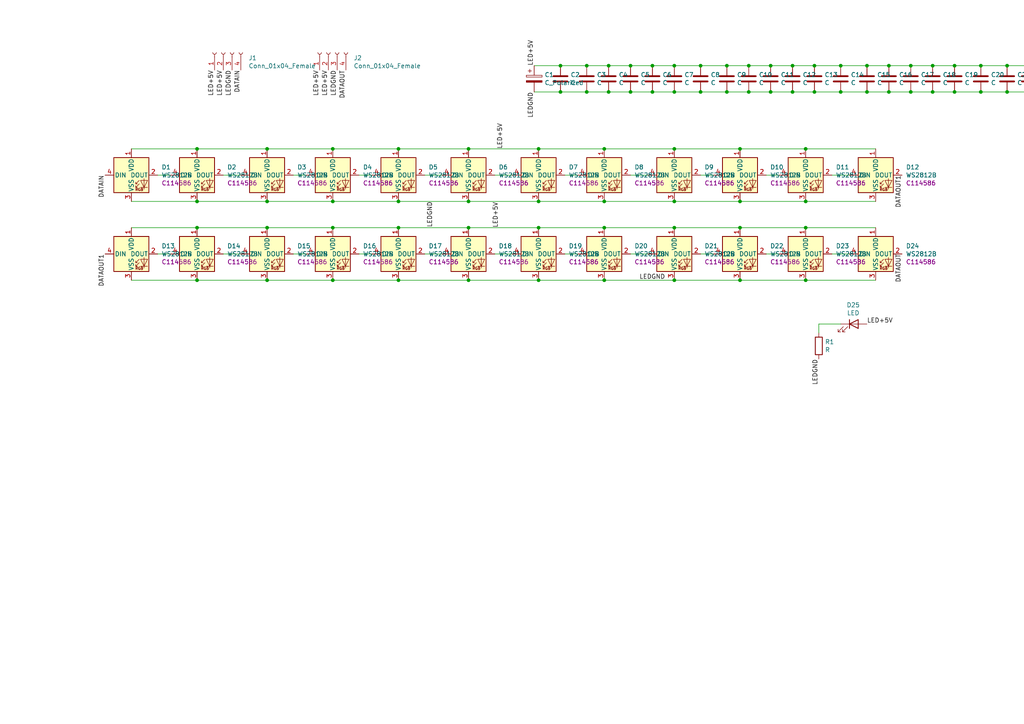
<source format=kicad_sch>
(kicad_sch (version 20211123) (generator eeschema)
  (paper "A4")
  (lib_symbols
    (symbol "Connector:Conn_01x04_Female" (pin_names (offset 1.016) hide)
      (property "Reference" "J" (at 0 5.08 0))
      (property "Value" "Conn_01x04_Female" (at 0 -7.62 0))
      (symbol "Conn_01x04_Female_1_1"
        (arc (start 0 -4.572) (mid -0.508 -5.08) (end 0 -5.588) (stroke (width 0.1524)))
        (arc (start 0 -2.032) (mid -0.508 -2.54) (end 0 -3.048) (stroke (width 0.1524)))
        (polyline (pts (xy -1.27 -5.08) (xy -0.508 -5.08)) (stroke (width 0.1524)))
        (polyline (pts (xy -1.27 -2.54) (xy -0.508 -2.54)) (stroke (width 0.1524)))
        (polyline (pts (xy -1.27 0) (xy -0.508 0)) (stroke (width 0.1524)))
        (polyline (pts (xy -1.27 2.54) (xy -0.508 2.54)) (stroke (width 0.1524)))
        (arc (start 0 0.508) (mid -0.508 0) (end 0 -0.508) (stroke (width 0.1524)))
        (arc (start 0 3.048) (mid -0.508 2.54) (end 0 2.032) (stroke (width 0.1524)))
        (pin passive line (at -5.08 2.54 0) (length 3.81) (name "Pin_1") (number "1"))
        (pin passive line (at -5.08 0 0) (length 3.81) (name "Pin_2") (number "2"))
        (pin passive line (at -5.08 -2.54 0) (length 3.81) (name "Pin_3") (number "3"))
        (pin passive line (at -5.08 -5.08 0) (length 3.81) (name "Pin_4") (number "4"))
      )
    )
    (symbol "Device:C" (pin_numbers hide) (pin_names (offset 0.254))
      (property "Reference" "C" (at 0.635 2.54 0))
      (property "Value" "C" (at 0.635 -2.54 0))
      (symbol "C_0_1"
        (polyline (pts (xy -2.032 -0.762) (xy 2.032 -0.762)) (stroke (width 0.508)))
        (polyline (pts (xy -2.032 0.762) (xy 2.032 0.762)) (stroke (width 0.508)))
      )
      (symbol "C_1_1"
        (pin passive line (at 0 3.81 270) (length 2.794) (name "~") (number "1"))
        (pin passive line (at 0 -3.81 90) (length 2.794) (name "~") (number "2"))
      )
    )
    (symbol "Device:C_Polarized" (pin_numbers hide) (pin_names (offset 0.254))
      (property "Reference" "C" (at 0.635 2.54 0))
      (property "Value" "C_Polarized" (at 0.635 -2.54 0))
      (symbol "C_Polarized_0_1"
        (rectangle (start -2.286 0.508) (end 2.286 1.016))
        (polyline (pts (xy -1.778 2.286) (xy -0.762 2.286)))
        (polyline (pts (xy -1.27 2.794) (xy -1.27 1.778)))
        (rectangle (start 2.286 -0.508) (end -2.286 -1.016) (fill (type outline)))
      )
      (symbol "C_Polarized_1_1"
        (pin passive line (at 0 3.81 270) (length 2.794) (name "~") (number "1"))
        (pin passive line (at 0 -3.81 90) (length 2.794) (name "~") (number "2"))
      )
    )
    (symbol "Device:LED" (pin_numbers hide) (pin_names (offset 1.016) hide)
      (property "Reference" "D" (at 0 2.54 0))
      (property "Value" "LED" (at 0 -2.54 0))
      (symbol "LED_0_1"
        (polyline (pts (xy -1.27 -1.27) (xy -1.27 1.27)) (stroke (width 0.254)))
        (polyline (pts (xy -1.27 0) (xy 1.27 0)))
        (polyline (pts (xy 1.27 -1.27) (xy 1.27 1.27) (xy -1.27 0) (xy 1.27 -1.27)) (stroke (width 0.254)))
        (polyline (pts (xy -3.048 -0.762) (xy -4.572 -2.286) (xy -3.81 -2.286) (xy -4.572 -2.286) (xy -4.572 -1.524)))
        (polyline (pts (xy -1.778 -0.762) (xy -3.302 -2.286) (xy -2.54 -2.286) (xy -3.302 -2.286) (xy -3.302 -1.524)))
      )
      (symbol "LED_1_1"
        (pin passive line (at -3.81 0 0) (length 2.54) (name "K") (number "1"))
        (pin passive line (at 3.81 0 180) (length 2.54) (name "A") (number "2"))
      )
    )
    (symbol "Device:R" (pin_numbers hide) (pin_names (offset 0))
      (property "Reference" "R" (at 2.032 0 90))
      (property "Value" "R" (at 0 0 90))
      (symbol "R_0_1"
        (rectangle (start -1.016 -2.54) (end 1.016 2.54) (stroke (width 0.254)))
      )
      (symbol "R_1_1"
        (pin passive line (at 0 3.81 270) (length 1.27) (name "~") (number "1"))
        (pin passive line (at 0 -3.81 90) (length 1.27) (name "~") (number "2"))
      )
    )
    (symbol "LED:WS2812B" (pin_names (offset 0.254))
      (property "Reference" "D" (at 5.08 5.715 0))
      (property "Value" "WS2812B" (at 1.27 -5.715 0))
      (symbol "WS2812B_0_0"
        (text "RGB" (at 2.286 -4.191 0) (effects (font (size 0.762 0.762))))
      )
      (symbol "WS2812B_0_1"
        (polyline (pts (xy 1.27 -3.556) (xy 1.778 -3.556)))
        (polyline (pts (xy 1.27 -2.54) (xy 1.778 -2.54)))
        (polyline (pts (xy 4.699 -3.556) (xy 2.667 -3.556)))
        (polyline (pts (xy 2.286 -2.54) (xy 1.27 -3.556) (xy 1.27 -3.048)))
        (polyline (pts (xy 2.286 -1.524) (xy 1.27 -2.54) (xy 1.27 -2.032)))
        (polyline (pts (xy 3.683 -1.016) (xy 3.683 -3.556) (xy 3.683 -4.064)))
        (polyline (pts (xy 4.699 -1.524) (xy 2.667 -1.524) (xy 3.683 -3.556) (xy 4.699 -1.524)))
        (rectangle (start 5.08 5.08) (end -5.08 -5.08) (stroke (width 0.254)) (fill (type background)))
      )
      (symbol "WS2812B_1_1"
        (pin power_in line (at 0 7.62 270) (length 2.54) (name "VDD") (number "1"))
        (pin output line (at 7.62 0 180) (length 2.54) (name "DOUT") (number "2"))
        (pin power_in line (at 0 -7.62 90) (length 2.54) (name "VSS") (number "3"))
        (pin input line (at -7.62 0 0) (length 2.54) (name "DIN") (number "4"))
      )
    )
  )
  (junction (at 195.58 43.18))
  (junction (at 217.17 19.05))
  (junction (at 223.52 19.05))
  (junction (at 57.15 43.18))
  (junction (at 233.68 43.18))
  (junction (at 210.82 26.67))
  (junction (at 189.23 26.67))
  (junction (at 195.58 58.42))
  (junction (at 229.87 26.67))
  (junction (at 203.2 26.67))
  (junction (at 156.21 81.28))
  (junction (at 156.21 58.42))
  (junction (at 298.45 26.67))
  (junction (at 284.48 26.67))
  (junction (at 57.15 58.42))
  (junction (at 304.8 19.05))
  (junction (at 175.26 66.04))
  (junction (at 311.15 26.67))
  (junction (at 175.26 58.42))
  (junction (at 170.18 26.67))
  (junction (at 223.52 26.67))
  (junction (at 57.15 81.28))
  (junction (at 304.8 26.67))
  (junction (at 176.53 19.05))
  (junction (at 229.87 19.05))
  (junction (at 162.56 26.67))
  (junction (at 182.88 19.05))
  (junction (at 162.56 19.05))
  (junction (at 276.86 19.05))
  (junction (at 292.1 26.67))
  (junction (at 135.89 81.28))
  (junction (at 257.81 19.05))
  (junction (at 214.63 58.42))
  (junction (at 214.63 43.18))
  (junction (at 217.17 26.67))
  (junction (at 96.52 66.04))
  (junction (at 115.57 43.18))
  (junction (at 236.22 26.67))
  (junction (at 156.21 43.18))
  (junction (at 298.45 19.05))
  (junction (at 195.58 26.67))
  (junction (at 236.22 19.05))
  (junction (at 233.68 58.42))
  (junction (at 243.84 26.67))
  (junction (at 115.57 66.04))
  (junction (at 195.58 19.05))
  (junction (at 115.57 58.42))
  (junction (at 195.58 81.28))
  (junction (at 189.23 19.05))
  (junction (at 135.89 43.18))
  (junction (at 175.26 43.18))
  (junction (at 251.46 19.05))
  (junction (at 115.57 81.28))
  (junction (at 175.26 81.28))
  (junction (at 210.82 19.05))
  (junction (at 77.47 66.04))
  (junction (at 264.16 26.67))
  (junction (at 270.51 26.67))
  (junction (at 77.47 58.42))
  (junction (at 233.68 81.28))
  (junction (at 270.51 19.05))
  (junction (at 264.16 19.05))
  (junction (at 195.58 66.04))
  (junction (at 96.52 58.42))
  (junction (at 156.21 66.04))
  (junction (at 176.53 26.67))
  (junction (at 203.2 19.05))
  (junction (at 135.89 66.04))
  (junction (at 251.46 26.67))
  (junction (at 77.47 81.28))
  (junction (at 257.81 26.67))
  (junction (at 182.88 26.67))
  (junction (at 233.68 66.04))
  (junction (at 243.84 19.05))
  (junction (at 96.52 43.18))
  (junction (at 214.63 66.04))
  (junction (at 135.89 58.42))
  (junction (at 77.47 43.18))
  (junction (at 284.48 19.05))
  (junction (at 96.52 81.28))
  (junction (at 170.18 19.05))
  (junction (at 292.1 19.05))
  (junction (at 57.15 66.04))
  (junction (at 311.15 19.05))
  (junction (at 276.86 26.67))
  (junction (at 214.63 81.28))
  (wire (pts (xy 292.1 26.67) (xy 284.48 26.67)))
  (wire (pts (xy 195.58 19.05) (xy 189.23 19.05)))
  (wire (pts (xy 317.5 26.67) (xy 311.15 26.67)))
  (wire (pts (xy 57.15 58.42) (xy 77.47 58.42)))
  (wire (pts (xy 298.45 19.05) (xy 292.1 19.05)))
  (wire (pts (xy 96.52 43.18) (xy 77.47 43.18)))
  (wire (pts (xy 88.9 73.66) (xy 85.09 73.66)))
  (wire (pts (xy 182.88 19.05) (xy 176.53 19.05)))
  (wire (pts (xy 170.18 26.67) (xy 162.56 26.67)))
  (wire (pts (xy 176.53 26.67) (xy 170.18 26.67)))
  (wire (pts (xy 96.52 66.04) (xy 77.47 66.04)))
  (wire (pts (xy 264.16 19.05) (xy 257.81 19.05)))
  (wire (pts (xy 96.52 81.28) (xy 115.57 81.28)))
  (wire (pts (xy 254 66.04) (xy 233.68 66.04)))
  (wire (pts (xy 156.21 66.04) (xy 135.89 66.04)))
  (wire (pts (xy 195.58 26.67) (xy 189.23 26.67)))
  (wire (pts (xy 229.87 26.67) (xy 223.52 26.67)))
  (wire (pts (xy 77.47 43.18) (xy 57.15 43.18)))
  (wire (pts (xy 156.21 81.28) (xy 175.26 81.28)))
  (wire (pts (xy 214.63 81.28) (xy 233.68 81.28)))
  (wire (pts (xy 115.57 58.42) (xy 135.89 58.42)))
  (wire (pts (xy 223.52 19.05) (xy 217.17 19.05)))
  (wire (pts (xy 243.84 93.98) (xy 237.49 93.98)))
  (wire (pts (xy 69.85 73.66) (xy 64.77 73.66)))
  (wire (pts (xy 135.89 66.04) (xy 115.57 66.04)))
  (wire (pts (xy 195.58 58.42) (xy 214.63 58.42)))
  (wire (pts (xy 233.68 43.18) (xy 214.63 43.18)))
  (wire (pts (xy 251.46 26.67) (xy 243.84 26.67)))
  (wire (pts (xy 298.45 26.67) (xy 292.1 26.67)))
  (wire (pts (xy 175.26 66.04) (xy 156.21 66.04)))
  (wire (pts (xy 257.81 26.67) (xy 251.46 26.67)))
  (wire (pts (xy 77.47 66.04) (xy 57.15 66.04)))
  (wire (pts (xy 276.86 26.67) (xy 270.51 26.67)))
  (wire (pts (xy 233.68 66.04) (xy 214.63 66.04)))
  (wire (pts (xy 217.17 26.67) (xy 210.82 26.67)))
  (wire (pts (xy 223.52 26.67) (xy 217.17 26.67)))
  (wire (pts (xy 135.89 43.18) (xy 115.57 43.18)))
  (wire (pts (xy 49.53 73.66) (xy 45.72 73.66)))
  (wire (pts (xy 237.49 93.98) (xy 237.49 96.52)))
  (wire (pts (xy 233.68 81.28) (xy 254 81.28)))
  (wire (pts (xy 57.15 81.28) (xy 77.47 81.28)))
  (wire (pts (xy 38.1 58.42) (xy 57.15 58.42)))
  (wire (pts (xy 189.23 19.05) (xy 182.88 19.05)))
  (wire (pts (xy 189.23 26.67) (xy 182.88 26.67)))
  (wire (pts (xy 187.96 73.66) (xy 182.88 73.66)))
  (wire (pts (xy 175.26 81.28) (xy 195.58 81.28)))
  (wire (pts (xy 210.82 26.67) (xy 203.2 26.67)))
  (wire (pts (xy 115.57 81.28) (xy 135.89 81.28)))
  (wire (pts (xy 77.47 58.42) (xy 96.52 58.42)))
  (wire (pts (xy 214.63 43.18) (xy 195.58 43.18)))
  (wire (pts (xy 162.56 19.05) (xy 154.94 19.05)))
  (wire (pts (xy 107.95 73.66) (xy 104.14 73.66)))
  (wire (pts (xy 311.15 19.05) (xy 304.8 19.05)))
  (wire (pts (xy 243.84 26.67) (xy 236.22 26.67)))
  (wire (pts (xy 210.82 19.05) (xy 203.2 19.05)))
  (wire (pts (xy 276.86 19.05) (xy 270.51 19.05)))
  (wire (pts (xy 77.47 81.28) (xy 96.52 81.28)))
  (wire (pts (xy 257.81 19.05) (xy 251.46 19.05)))
  (wire (pts (xy 156.21 43.18) (xy 135.89 43.18)))
  (wire (pts (xy 64.77 50.8) (xy 69.85 50.8)))
  (wire (pts (xy 203.2 19.05) (xy 195.58 19.05)))
  (wire (pts (xy 38.1 81.28) (xy 57.15 81.28)))
  (wire (pts (xy 182.88 50.8) (xy 187.96 50.8)))
  (wire (pts (xy 162.56 26.67) (xy 154.94 26.67)))
  (wire (pts (xy 217.17 19.05) (xy 210.82 19.05)))
  (wire (pts (xy 246.38 73.66) (xy 241.3 73.66)))
  (wire (pts (xy 229.87 19.05) (xy 223.52 19.05)))
  (wire (pts (xy 251.46 19.05) (xy 243.84 19.05)))
  (wire (pts (xy 207.01 73.66) (xy 203.2 73.66)))
  (wire (pts (xy 243.84 19.05) (xy 236.22 19.05)))
  (wire (pts (xy 57.15 66.04) (xy 38.1 66.04)))
  (wire (pts (xy 226.06 73.66) (xy 222.25 73.66)))
  (wire (pts (xy 45.72 50.8) (xy 49.53 50.8)))
  (wire (pts (xy 135.89 58.42) (xy 156.21 58.42)))
  (wire (pts (xy 176.53 19.05) (xy 170.18 19.05)))
  (wire (pts (xy 135.89 81.28) (xy 156.21 81.28)))
  (wire (pts (xy 284.48 26.67) (xy 276.86 26.67)))
  (wire (pts (xy 236.22 19.05) (xy 229.87 19.05)))
  (wire (pts (xy 167.64 73.66) (xy 163.83 73.66)))
  (wire (pts (xy 128.27 73.66) (xy 123.19 73.66)))
  (wire (pts (xy 236.22 26.67) (xy 229.87 26.67)))
  (wire (pts (xy 233.68 58.42) (xy 254 58.42)))
  (wire (pts (xy 317.5 19.05) (xy 311.15 19.05)))
  (wire (pts (xy 85.09 50.8) (xy 88.9 50.8)))
  (wire (pts (xy 182.88 26.67) (xy 176.53 26.67)))
  (wire (pts (xy 195.58 43.18) (xy 175.26 43.18)))
  (wire (pts (xy 270.51 26.67) (xy 264.16 26.67)))
  (wire (pts (xy 163.83 50.8) (xy 167.64 50.8)))
  (wire (pts (xy 214.63 66.04) (xy 195.58 66.04)))
  (wire (pts (xy 175.26 43.18) (xy 156.21 43.18)))
  (wire (pts (xy 270.51 19.05) (xy 264.16 19.05)))
  (wire (pts (xy 284.48 19.05) (xy 276.86 19.05)))
  (wire (pts (xy 195.58 66.04) (xy 175.26 66.04)))
  (wire (pts (xy 222.25 50.8) (xy 226.06 50.8)))
  (wire (pts (xy 304.8 19.05) (xy 298.45 19.05)))
  (wire (pts (xy 57.15 43.18) (xy 38.1 43.18)))
  (wire (pts (xy 311.15 26.67) (xy 304.8 26.67)))
  (wire (pts (xy 115.57 66.04) (xy 96.52 66.04)))
  (wire (pts (xy 123.19 50.8) (xy 128.27 50.8)))
  (wire (pts (xy 203.2 26.67) (xy 195.58 26.67)))
  (wire (pts (xy 115.57 43.18) (xy 96.52 43.18)))
  (wire (pts (xy 304.8 26.67) (xy 298.45 26.67)))
  (wire (pts (xy 148.59 73.66) (xy 143.51 73.66)))
  (wire (pts (xy 241.3 50.8) (xy 246.38 50.8)))
  (wire (pts (xy 175.26 58.42) (xy 195.58 58.42)))
  (wire (pts (xy 143.51 50.8) (xy 148.59 50.8)))
  (wire (pts (xy 292.1 19.05) (xy 284.48 19.05)))
  (wire (pts (xy 170.18 19.05) (xy 162.56 19.05)))
  (wire (pts (xy 96.52 58.42) (xy 115.57 58.42)))
  (wire (pts (xy 203.2 50.8) (xy 207.01 50.8)))
  (wire (pts (xy 156.21 58.42) (xy 175.26 58.42)))
  (wire (pts (xy 104.14 50.8) (xy 107.95 50.8)))
  (wire (pts (xy 264.16 26.67) (xy 257.81 26.67)))
  (wire (pts (xy 214.63 58.42) (xy 233.68 58.42)))
  (wire (pts (xy 195.58 81.28) (xy 214.63 81.28)))
  (wire (pts (xy 254 43.18) (xy 233.68 43.18)))
  (label "LED+5V" (at 64.77 20.32 270))
  (label "LED+5V" (at 144.78 66.04 90))
  (label "DATAOUT1" (at 261.62 50.8 270))
  (label "LED+5V" (at 154.94 19.05 90))
  (label "LEDGND" (at 125.73 58.42 270))
  (label "DATAIN" (at 30.48 50.8 270))
  (label "LED+5V" (at 62.23 20.32 270))
  (label "LEDGND" (at 185.42 81.28 0))
  (label "LEDGND" (at 67.31 20.32 270))
  (label "LED+5V" (at 146.05 43.18 90))
  (label "DATAOUT1" (at 30.48 73.66 270))
  (label "LED+5V" (at 92.71 20.32 270))
  (label "LED+5V" (at 95.25 20.32 270))
  (label "LEDGND" (at 97.79 20.32 270))
  (label "DATAOUT" (at 261.62 73.66 270))
  (label "LEDGND" (at 237.49 104.14 270))
  (label "DATAOUT" (at 100.33 20.32 270))
  (label "LED+5V" (at 251.46 93.98 0))
  (label "DATAIN" (at 69.85 20.32 270))
  (label "LEDGND" (at 154.94 26.67 270))
  (symbol (lib_id "Device:C_Polarized") (at 154.94 22.86 0) (unit 1)
    (property "Reference" "C1" (at 157.9372 21.6916 0) (effects (justify left)))
    (property "Value" "C_Polarized" (at 157.9372 24.003 0) (effects (justify left)))
    (property "Footprint" "Capacitor_SMD:CP_Elec_8x10" (effects hide))
  )
  (symbol (lib_id "LED:WS2812B") (at 38.1 50.8 0) (unit 1)
    (property "Reference" "D1" (at 46.8376 48.4886 0) (effects (justify left)))
    (property "Value" "WS2812B" (at 46.8376 50.8 0) (effects (justify left)))
    (property "Footprint" "LED_SMD:LED_WS2812B_PLCC4_5.0x5.0mm_P3.2mm" (effects hide))
    (property "Datasheet" "https://cdn-shop.adafruit.com/datasheets/WS2812B.pdf" (effects hide))
    (property "LCSC Part Number" "C114586" (at 46.8376 53.1114 0) (effects (justify left)))
  )
  (symbol (lib_id "Device:R") (at 237.49 100.33 0) (unit 1)
    (property "Reference" "R1" (at 239.268 99.1616 0) (effects (justify left)))
    (property "Value" "R" (at 239.268 101.473 0) (effects (justify left)))
    (property "Footprint" "Resistor_SMD:R_0603_1608Metric" (effects hide))
  )
  (symbol (lib_id "Device:LED") (at 247.65 93.98 0) (unit 1)
    (property "Reference" "D25" (at 247.4722 88.4682 0))
    (property "Value" "LED" (at 247.4722 90.7796 0))
    (property "Footprint" "LED_THT:LED_D3.0mm" (effects hide))
  )
  (symbol (lib_id "Connector:Conn_01x04_Female") (at 64.77 15.24 90) (unit 1)
    (property "Reference" "J1" (at 72.0852 16.8148 90) (effects (justify right)))
    (property "Value" "Conn_01x04_Female" (at 72.0852 19.1262 90) (effects (justify right)))
    (property "Footprint" "Connector_Molex:Molex_Mini-Fit_Jr_5566-04A_2x02_P4.20mm_Vertical" (effects hide))
  )
  (symbol (lib_id "Connector:Conn_01x04_Female") (at 95.25 15.24 90) (unit 1)
    (property "Reference" "J2" (at 102.5652 16.8148 90) (effects (justify right)))
    (property "Value" "Conn_01x04_Female" (at 102.5652 19.1262 90) (effects (justify right)))
    (property "Footprint" "Connector_Molex:Molex_Mini-Fit_Jr_5566-04A_2x02_P4.20mm_Vertical" (effects hide))
  )
  (symbol (lib_id "LED:WS2812B") (at 57.15 50.8 0) (unit 1)
    (property "Reference" "D2" (at 65.8876 48.4886 0) (effects (justify left)))
    (property "Value" "WS2812B" (at 65.8876 50.8 0) (effects (justify left)))
    (property "Footprint" "LED_SMD:LED_WS2812B_PLCC4_5.0x5.0mm_P3.2mm" (effects hide))
    (property "Datasheet" "https://cdn-shop.adafruit.com/datasheets/WS2812B.pdf" (effects hide))
    (property "LCSC Part Number" "C114586" (at 65.8876 53.1114 0) (effects (justify left)))
  )
  (symbol (lib_id "LED:WS2812B") (at 77.47 50.8 0) (unit 1)
    (property "Reference" "D3" (at 86.2076 48.4886 0) (effects (justify left)))
    (property "Value" "WS2812B" (at 86.2076 50.8 0) (effects (justify left)))
    (property "Footprint" "LED_SMD:LED_WS2812B_PLCC4_5.0x5.0mm_P3.2mm" (effects hide))
    (property "Datasheet" "https://cdn-shop.adafruit.com/datasheets/WS2812B.pdf" (effects hide))
    (property "LCSC Part Number" "C114586" (at 86.2076 53.1114 0) (effects (justify left)))
  )
  (symbol (lib_id "LED:WS2812B") (at 96.52 50.8 0) (unit 1)
    (property "Reference" "D4" (at 105.2576 48.4886 0) (effects (justify left)))
    (property "Value" "WS2812B" (at 105.2576 50.8 0) (effects (justify left)))
    (property "Footprint" "LED_SMD:LED_WS2812B_PLCC4_5.0x5.0mm_P3.2mm" (effects hide))
    (property "Datasheet" "https://cdn-shop.adafruit.com/datasheets/WS2812B.pdf" (effects hide))
    (property "LCSC Part Number" "C114586" (at 105.2576 53.1114 0) (effects (justify left)))
  )
  (symbol (lib_id "LED:WS2812B") (at 115.57 50.8 0) (unit 1)
    (property "Reference" "D5" (at 124.3076 48.4886 0) (effects (justify left)))
    (property "Value" "WS2812B" (at 124.3076 50.8 0) (effects (justify left)))
    (property "Footprint" "LED_SMD:LED_WS2812B_PLCC4_5.0x5.0mm_P3.2mm" (effects hide))
    (property "Datasheet" "https://cdn-shop.adafruit.com/datasheets/WS2812B.pdf" (effects hide))
    (property "LCSC Part Number" "C114586" (at 124.3076 53.1114 0) (effects (justify left)))
  )
  (symbol (lib_id "LED:WS2812B") (at 135.89 50.8 0) (unit 1)
    (property "Reference" "D6" (at 144.6276 48.4886 0) (effects (justify left)))
    (property "Value" "WS2812B" (at 144.6276 50.8 0) (effects (justify left)))
    (property "Footprint" "LED_SMD:LED_WS2812B_PLCC4_5.0x5.0mm_P3.2mm" (effects hide))
    (property "Datasheet" "https://cdn-shop.adafruit.com/datasheets/WS2812B.pdf" (effects hide))
    (property "LCSC Part Number" "C114586" (at 144.6276 53.1114 0) (effects (justify left)))
  )
  (symbol (lib_id "LED:WS2812B") (at 156.21 50.8 0) (unit 1)
    (property "Reference" "D7" (at 164.9476 48.4886 0) (effects (justify left)))
    (property "Value" "WS2812B" (at 164.9476 50.8 0) (effects (justify left)))
    (property "Footprint" "LED_SMD:LED_WS2812B_PLCC4_5.0x5.0mm_P3.2mm" (effects hide))
    (property "Datasheet" "https://cdn-shop.adafruit.com/datasheets/WS2812B.pdf" (effects hide))
    (property "LCSC Part Number" "C114586" (at 164.9476 53.1114 0) (effects (justify left)))
  )
  (symbol (lib_id "LED:WS2812B") (at 175.26 50.8 0) (unit 1)
    (property "Reference" "D8" (at 183.9976 48.4886 0) (effects (justify left)))
    (property "Value" "WS2812B" (at 183.9976 50.8 0) (effects (justify left)))
    (property "Footprint" "LED_SMD:LED_WS2812B_PLCC4_5.0x5.0mm_P3.2mm" (effects hide))
    (property "Datasheet" "https://cdn-shop.adafruit.com/datasheets/WS2812B.pdf" (effects hide))
    (property "LCSC Part Number" "C114586" (at 183.9976 53.1114 0) (effects (justify left)))
  )
  (symbol (lib_id "LED:WS2812B") (at 195.58 50.8 0) (unit 1)
    (property "Reference" "D9" (at 204.3176 48.4886 0) (effects (justify left)))
    (property "Value" "WS2812B" (at 204.3176 50.8 0) (effects (justify left)))
    (property "Footprint" "LED_SMD:LED_WS2812B_PLCC4_5.0x5.0mm_P3.2mm" (effects hide))
    (property "Datasheet" "https://cdn-shop.adafruit.com/datasheets/WS2812B.pdf" (effects hide))
    (property "LCSC Part Number" "C114586" (at 204.3176 53.1114 0) (effects (justify left)))
  )
  (symbol (lib_id "LED:WS2812B") (at 214.63 50.8 0) (unit 1)
    (property "Reference" "D10" (at 223.3676 48.4886 0) (effects (justify left)))
    (property "Value" "WS2812B" (at 223.3676 50.8 0) (effects (justify left)))
    (property "Footprint" "LED_SMD:LED_WS2812B_PLCC4_5.0x5.0mm_P3.2mm" (effects hide))
    (property "Datasheet" "https://cdn-shop.adafruit.com/datasheets/WS2812B.pdf" (effects hide))
    (property "LCSC Part Number" "C114586" (at 223.3676 53.1114 0) (effects (justify left)))
  )
  (symbol (lib_id "LED:WS2812B") (at 233.68 50.8 0) (unit 1)
    (property "Reference" "D11" (at 242.4176 48.4886 0) (effects (justify left)))
    (property "Value" "WS2812B" (at 242.4176 50.8 0) (effects (justify left)))
    (property "Footprint" "LED_SMD:LED_WS2812B_PLCC4_5.0x5.0mm_P3.2mm" (effects hide))
    (property "Datasheet" "https://cdn-shop.adafruit.com/datasheets/WS2812B.pdf" (effects hide))
    (property "LCSC Part Number" "C114586" (at 242.4176 53.1114 0) (effects (justify left)))
  )
  (symbol (lib_id "LED:WS2812B") (at 254 50.8 0) (unit 1)
    (property "Reference" "D12" (at 262.7376 48.4886 0) (effects (justify left)))
    (property "Value" "WS2812B" (at 262.7376 50.8 0) (effects (justify left)))
    (property "Footprint" "LED_SMD:LED_WS2812B_PLCC4_5.0x5.0mm_P3.2mm" (effects hide))
    (property "Datasheet" "https://cdn-shop.adafruit.com/datasheets/WS2812B.pdf" (effects hide))
    (property "LCSC Part Number" "C114586" (at 262.7376 53.1114 0) (effects (justify left)))
  )
  (symbol (lib_id "LED:WS2812B") (at 38.1 73.66 0) (unit 1)
    (property "Reference" "D13" (at 46.8376 71.3486 0) (effects (justify left)))
    (property "Value" "WS2812B" (at 46.8376 73.66 0) (effects (justify left)))
    (property "Footprint" "LED_SMD:LED_WS2812B_PLCC4_5.0x5.0mm_P3.2mm" (effects hide))
    (property "Datasheet" "https://cdn-shop.adafruit.com/datasheets/WS2812B.pdf" (effects hide))
    (property "LCSC Part Number" "C114586" (at 46.8376 75.9714 0) (effects (justify left)))
  )
  (symbol (lib_id "LED:WS2812B") (at 57.15 73.66 0) (unit 1)
    (property "Reference" "D14" (at 65.8876 71.3486 0) (effects (justify left)))
    (property "Value" "WS2812B" (at 65.8876 73.66 0) (effects (justify left)))
    (property "Footprint" "LED_SMD:LED_WS2812B_PLCC4_5.0x5.0mm_P3.2mm" (effects hide))
    (property "Datasheet" "https://cdn-shop.adafruit.com/datasheets/WS2812B.pdf" (effects hide))
    (property "LCSC Part Number" "C114586" (at 65.8876 75.9714 0) (effects (justify left)))
  )
  (symbol (lib_id "LED:WS2812B") (at 77.47 73.66 0) (unit 1)
    (property "Reference" "D15" (at 86.2076 71.3486 0) (effects (justify left)))
    (property "Value" "WS2812B" (at 86.2076 73.66 0) (effects (justify left)))
    (property "Footprint" "LED_SMD:LED_WS2812B_PLCC4_5.0x5.0mm_P3.2mm" (effects hide))
    (property "Datasheet" "https://cdn-shop.adafruit.com/datasheets/WS2812B.pdf" (effects hide))
    (property "LCSC Part Number" "C114586" (at 86.2076 75.9714 0) (effects (justify left)))
  )
  (symbol (lib_id "LED:WS2812B") (at 96.52 73.66 0) (unit 1)
    (property "Reference" "D16" (at 105.2576 71.3486 0) (effects (justify left)))
    (property "Value" "WS2812B" (at 105.2576 73.66 0) (effects (justify left)))
    (property "Footprint" "LED_SMD:LED_WS2812B_PLCC4_5.0x5.0mm_P3.2mm" (effects hide))
    (property "Datasheet" "https://cdn-shop.adafruit.com/datasheets/WS2812B.pdf" (effects hide))
    (property "LCSC Part Number" "C114586" (at 105.2576 75.9714 0) (effects (justify left)))
  )
  (symbol (lib_id "LED:WS2812B") (at 115.57 73.66 0) (unit 1)
    (property "Reference" "D17" (at 124.3076 71.3486 0) (effects (justify left)))
    (property "Value" "WS2812B" (at 124.3076 73.66 0) (effects (justify left)))
    (property "Footprint" "LED_SMD:LED_WS2812B_PLCC4_5.0x5.0mm_P3.2mm" (effects hide))
    (property "Datasheet" "https://cdn-shop.adafruit.com/datasheets/WS2812B.pdf" (effects hide))
    (property "LCSC Part Number" "C114586" (at 124.3076 75.9714 0) (effects (justify left)))
  )
  (symbol (lib_id "LED:WS2812B") (at 135.89 73.66 0) (unit 1)
    (property "Reference" "D18" (at 144.6276 71.3486 0) (effects (justify left)))
    (property "Value" "WS2812B" (at 144.6276 73.66 0) (effects (justify left)))
    (property "Footprint" "LED_SMD:LED_WS2812B_PLCC4_5.0x5.0mm_P3.2mm" (effects hide))
    (property "Datasheet" "https://cdn-shop.adafruit.com/datasheets/WS2812B.pdf" (effects hide))
    (property "LCSC Part Number" "C114586" (at 144.6276 75.9714 0) (effects (justify left)))
  )
  (symbol (lib_id "LED:WS2812B") (at 156.21 73.66 0) (unit 1)
    (property "Reference" "D19" (at 164.9476 71.3486 0) (effects (justify left)))
    (property "Value" "WS2812B" (at 164.9476 73.66 0) (effects (justify left)))
    (property "Footprint" "LED_SMD:LED_WS2812B_PLCC4_5.0x5.0mm_P3.2mm" (effects hide))
    (property "Datasheet" "https://cdn-shop.adafruit.com/datasheets/WS2812B.pdf" (effects hide))
    (property "LCSC Part Number" "C114586" (at 164.9476 75.9714 0) (effects (justify left)))
  )
  (symbol (lib_id "LED:WS2812B") (at 175.26 73.66 0) (unit 1)
    (property "Reference" "D20" (at 183.9976 71.3486 0) (effects (justify left)))
    (property "Value" "WS2812B" (at 183.9976 73.66 0) (effects (justify left)))
    (property "Footprint" "LED_SMD:LED_WS2812B_PLCC4_5.0x5.0mm_P3.2mm" (effects hide))
    (property "Datasheet" "https://cdn-shop.adafruit.com/datasheets/WS2812B.pdf" (effects hide))
    (property "LCSC Part Number" "C114586" (at 183.9976 75.9714 0) (effects (justify left)))
  )
  (symbol (lib_id "LED:WS2812B") (at 195.58 73.66 0) (unit 1)
    (property "Reference" "D21" (at 204.3176 71.3486 0) (effects (justify left)))
    (property "Value" "WS2812B" (at 204.3176 73.66 0) (effects (justify left)))
    (property "Footprint" "LED_SMD:LED_WS2812B_PLCC4_5.0x5.0mm_P3.2mm" (effects hide))
    (property "Datasheet" "https://cdn-shop.adafruit.com/datasheets/WS2812B.pdf" (effects hide))
    (property "LCSC Part Number" "C114586" (at 204.3176 75.9714 0) (effects (justify left)))
  )
  (symbol (lib_id "LED:WS2812B") (at 214.63 73.66 0) (unit 1)
    (property "Reference" "D22" (at 223.3676 71.3486 0) (effects (justify left)))
    (property "Value" "WS2812B" (at 223.3676 73.66 0) (effects (justify left)))
    (property "Footprint" "LED_SMD:LED_WS2812B_PLCC4_5.0x5.0mm_P3.2mm" (effects hide))
    (property "Datasheet" "https://cdn-shop.adafruit.com/datasheets/WS2812B.pdf" (effects hide))
    (property "LCSC Part Number" "C114586" (at 223.3676 75.9714 0) (effects (justify left)))
  )
  (symbol (lib_id "LED:WS2812B") (at 233.68 73.66 0) (unit 1)
    (property "Reference" "D23" (at 242.4176 71.3486 0) (effects (justify left)))
    (property "Value" "WS2812B" (at 242.4176 73.66 0) (effects (justify left)))
    (property "Footprint" "LED_SMD:LED_WS2812B_PLCC4_5.0x5.0mm_P3.2mm" (effects hide))
    (property "Datasheet" "https://cdn-shop.adafruit.com/datasheets/WS2812B.pdf" (effects hide))
    (property "LCSC Part Number" "C114586" (at 242.4176 75.9714 0) (effects (justify left)))
  )
  (symbol (lib_id "LED:WS2812B") (at 254 73.66 0) (unit 1)
    (property "Reference" "D24" (at 262.7376 71.3486 0) (effects (justify left)))
    (property "Value" "WS2812B" (at 262.7376 73.66 0) (effects (justify left)))
    (property "Footprint" "LED_SMD:LED_WS2812B_PLCC4_5.0x5.0mm_P3.2mm" (effects hide))
    (property "Datasheet" "https://cdn-shop.adafruit.com/datasheets/WS2812B.pdf" (effects hide))
    (property "LCSC Part Number" "C114586" (at 262.7376 75.9714 0) (effects (justify left)))
  )
  (symbol (lib_id "Device:C") (at 162.56 22.86 0) (unit 1)
    (property "Reference" "C2" (at 165.481 21.6916 0) (effects (justify left)))
    (property "Value" "C" (at 165.481 24.003 0) (effects (justify left)))
    (property "Footprint" "Capacitor_SMD:C_0603_1608Metric" (effects hide))
  )
  (symbol (lib_id "Device:C") (at 170.18 22.86 0) (unit 1)
    (property "Reference" "C3" (at 173.101 21.6916 0) (effects (justify left)))
    (property "Value" "C" (at 173.101 24.003 0) (effects (justify left)))
    (property "Footprint" "Capacitor_SMD:C_0603_1608Metric" (effects hide))
  )
  (symbol (lib_id "Device:C") (at 176.53 22.86 0) (unit 1)
    (property "Reference" "C4" (at 179.451 21.6916 0) (effects (justify left)))
    (property "Value" "C" (at 179.451 24.003 0) (effects (justify left)))
    (property "Footprint" "Capacitor_SMD:C_0603_1608Metric" (effects hide))
  )
  (symbol (lib_id "Device:C") (at 182.88 22.86 0) (unit 1)
    (property "Reference" "C5" (at 185.801 21.6916 0) (effects (justify left)))
    (property "Value" "C" (at 185.801 24.003 0) (effects (justify left)))
    (property "Footprint" "Capacitor_SMD:C_0603_1608Metric" (effects hide))
  )
  (symbol (lib_id "Device:C") (at 189.23 22.86 0) (unit 1)
    (property "Reference" "C6" (at 192.151 21.6916 0) (effects (justify left)))
    (property "Value" "C" (at 192.151 24.003 0) (effects (justify left)))
    (property "Footprint" "Capacitor_SMD:C_0603_1608Metric" (effects hide))
  )
  (symbol (lib_id "Device:C") (at 195.58 22.86 0) (unit 1)
    (property "Reference" "C7" (at 198.501 21.6916 0) (effects (justify left)))
    (property "Value" "C" (at 198.501 24.003 0) (effects (justify left)))
    (property "Footprint" "Capacitor_SMD:C_0603_1608Metric" (effects hide))
  )
  (symbol (lib_id "Device:C") (at 203.2 22.86 0) (unit 1)
    (property "Reference" "C8" (at 206.121 21.6916 0) (effects (justify left)))
    (property "Value" "C" (at 206.121 24.003 0) (effects (justify left)))
    (property "Footprint" "Capacitor_SMD:C_0603_1608Metric" (effects hide))
  )
  (symbol (lib_id "Device:C") (at 210.82 22.86 0) (unit 1)
    (property "Reference" "C9" (at 213.741 21.6916 0) (effects (justify left)))
    (property "Value" "C" (at 213.741 24.003 0) (effects (justify left)))
    (property "Footprint" "Capacitor_SMD:C_0603_1608Metric" (effects hide))
  )
  (symbol (lib_id "Device:C") (at 217.17 22.86 0) (unit 1)
    (property "Reference" "C10" (at 220.091 21.6916 0) (effects (justify left)))
    (property "Value" "C" (at 220.091 24.003 0) (effects (justify left)))
    (property "Footprint" "Capacitor_SMD:C_0603_1608Metric" (effects hide))
  )
  (symbol (lib_id "Device:C") (at 223.52 22.86 0) (unit 1)
    (property "Reference" "C11" (at 226.441 21.6916 0) (effects (justify left)))
    (property "Value" "C" (at 226.441 24.003 0) (effects (justify left)))
    (property "Footprint" "Capacitor_SMD:C_0603_1608Metric" (effects hide))
  )
  (symbol (lib_id "Device:C") (at 229.87 22.86 0) (unit 1)
    (property "Reference" "C12" (at 232.791 21.6916 0) (effects (justify left)))
    (property "Value" "C" (at 232.791 24.003 0) (effects (justify left)))
    (property "Footprint" "Capacitor_SMD:C_0603_1608Metric" (effects hide))
  )
  (symbol (lib_id "Device:C") (at 236.22 22.86 0) (unit 1)
    (property "Reference" "C13" (at 239.141 21.6916 0) (effects (justify left)))
    (property "Value" "C" (at 239.141 24.003 0) (effects (justify left)))
    (property "Footprint" "Capacitor_SMD:C_0603_1608Metric" (effects hide))
  )
  (symbol (lib_id "Device:C") (at 243.84 22.86 0) (unit 1)
    (property "Reference" "C14" (at 246.761 21.6916 0) (effects (justify left)))
    (property "Value" "C" (at 246.761 24.003 0) (effects (justify left)))
    (property "Footprint" "Capacitor_SMD:C_0603_1608Metric" (effects hide))
  )
  (symbol (lib_id "Device:C") (at 251.46 22.86 0) (unit 1)
    (property "Reference" "C15" (at 254.381 21.6916 0) (effects (justify left)))
    (property "Value" "C" (at 254.381 24.003 0) (effects (justify left)))
    (property "Footprint" "Capacitor_SMD:C_0603_1608Metric" (effects hide))
  )
  (symbol (lib_id "Device:C") (at 257.81 22.86 0) (unit 1)
    (property "Reference" "C16" (at 260.731 21.6916 0) (effects (justify left)))
    (property "Value" "C" (at 260.731 24.003 0) (effects (justify left)))
    (property "Footprint" "Capacitor_SMD:C_0603_1608Metric" (effects hide))
  )
  (symbol (lib_id "Device:C") (at 264.16 22.86 0) (unit 1)
    (property "Reference" "C17" (at 267.081 21.6916 0) (effects (justify left)))
    (property "Value" "C" (at 267.081 24.003 0) (effects (justify left)))
    (property "Footprint" "Capacitor_SMD:C_0603_1608Metric" (effects hide))
  )
  (symbol (lib_id "Device:C") (at 270.51 22.86 0) (unit 1)
    (property "Reference" "C18" (at 273.431 21.6916 0) (effects (justify left)))
    (property "Value" "C" (at 273.431 24.003 0) (effects (justify left)))
    (property "Footprint" "Capacitor_SMD:C_0603_1608Metric" (effects hide))
  )
  (symbol (lib_id "Device:C") (at 276.86 22.86 0) (unit 1)
    (property "Reference" "C19" (at 279.781 21.6916 0) (effects (justify left)))
    (property "Value" "C" (at 279.781 24.003 0) (effects (justify left)))
    (property "Footprint" "Capacitor_SMD:C_0603_1608Metric" (effects hide))
  )
  (symbol (lib_id "Device:C") (at 284.48 22.86 0) (unit 1)
    (property "Reference" "C20" (at 287.401 21.6916 0) (effects (justify left)))
    (property "Value" "C" (at 287.401 24.003 0) (effects (justify left)))
    (property "Footprint" "Capacitor_SMD:C_0603_1608Metric" (effects hide))
  )
  (symbol (lib_id "Device:C") (at 292.1 22.86 0) (unit 1)
    (property "Reference" "C21" (at 295.021 21.6916 0) (effects (justify left)))
    (property "Value" "C" (at 295.021 24.003 0) (effects (justify left)))
    (property "Footprint" "Capacitor_SMD:C_0603_1608Metric" (effects hide))
  )
  (symbol (lib_id "Device:C") (at 298.45 22.86 0) (unit 1)
    (property "Reference" "C22" (at 301.371 21.6916 0) (effects (justify left)))
    (property "Value" "C" (at 301.371 24.003 0) (effects (justify left)))
    (property "Footprint" "Capacitor_SMD:C_0603_1608Metric" (effects hide))
  )
  (symbol (lib_id "Device:C") (at 304.8 22.86 0) (unit 1)
    (property "Reference" "C23" (at 307.721 21.6916 0) (effects (justify left)))
    (property "Value" "C" (at 307.721 24.003 0) (effects (justify left)))
    (property "Footprint" "Capacitor_SMD:C_0603_1608Metric" (effects hide))
  )
  (symbol (lib_id "Device:C") (at 311.15 22.86 0) (unit 1)
    (property "Reference" "C24" (at 314.071 21.6916 0) (effects (justify left)))
    (property "Value" "C" (at 314.071 24.003 0) (effects (justify left)))
    (property "Footprint" "Capacitor_SMD:C_0603_1608Metric" (effects hide))
  )
  (symbol (lib_id "Device:C") (at 317.5 22.86 0) (unit 1)
    (property "Reference" "C25" (at 320.421 21.6916 0) (effects (justify left)))
    (property "Value" "C" (at 320.421 24.003 0) (effects (justify left)))
    (property "Footprint" "Capacitor_SMD:C_0603_1608Metric" (effects hide))
  )
)
</source>
